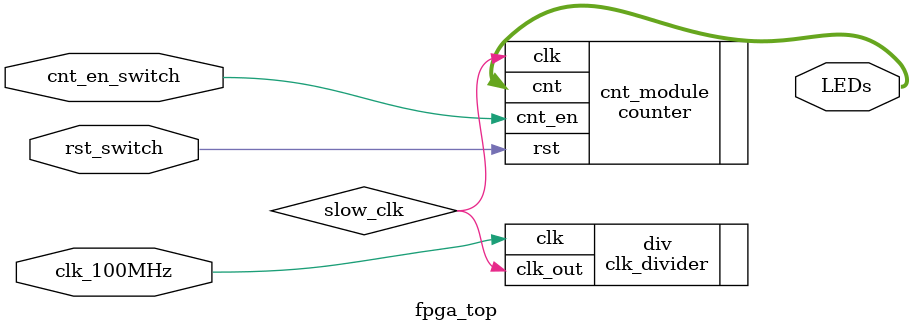
<source format=v>
module fpga_top(
    input clk_100MHz, // Board's 100MHz system clock
    input rst_switch,
    input cnt_en_switch,
    output [5:0] LEDs
);

wire slow_clk;

clk_divider div(
    .clk(clk_100MHz),
    .clk_out(slow_clk)
);

counter cnt_module(
    .clk(slow_clk),
    .rst(rst_switch),
    .cnt_en(cnt_en_switch),
    .cnt(LEDs)
);

endmodule

</source>
